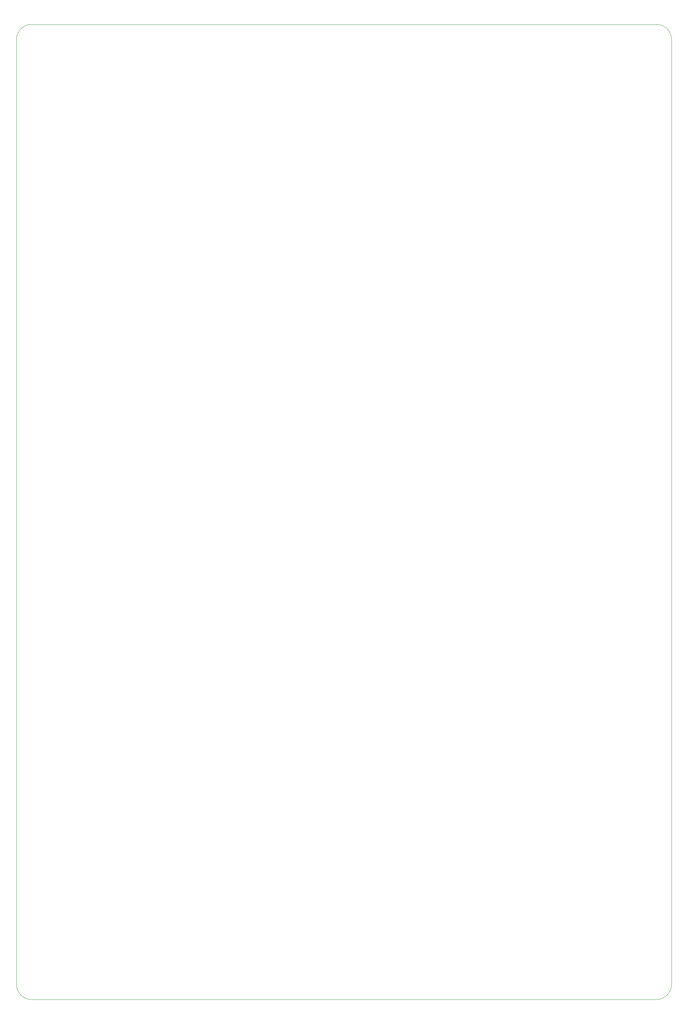
<source format=gbr>
%TF.GenerationSoftware,KiCad,Pcbnew,9.0.3*%
%TF.CreationDate,2025-09-16T12:32:26-04:00*%
%TF.ProjectId,CAEN_NEVIS_DAQ_PM5V,4341454e-5f4e-4455-9649-535f4441515f,rev?*%
%TF.SameCoordinates,Original*%
%TF.FileFunction,Profile,NP*%
%FSLAX46Y46*%
G04 Gerber Fmt 4.6, Leading zero omitted, Abs format (unit mm)*
G04 Created by KiCad (PCBNEW 9.0.3) date 2025-09-16 12:32:26*
%MOMM*%
%LPD*%
G01*
G04 APERTURE LIST*
%TA.AperFunction,Profile*%
%ADD10C,0.050000*%
%TD*%
G04 APERTURE END LIST*
D10*
X118765000Y-26175000D02*
G75*
G02*
X122575000Y-22365000I3810000J0D01*
G01*
X118765000Y-264300000D02*
X118765000Y-26175000D01*
X122575000Y-22365000D02*
X280055000Y-22365000D01*
X283865000Y-26175000D02*
X283865000Y-243345000D01*
X283865000Y-250965000D02*
X283865000Y-264300000D01*
X280055000Y-22365000D02*
G75*
G02*
X283865000Y-26175000I0J-3810000D01*
G01*
X283865000Y-243345000D02*
X283865000Y-250965000D01*
X283865000Y-264300000D02*
G75*
G02*
X280055000Y-268110000I-3810000J0D01*
G01*
X122575000Y-268110000D02*
G75*
G02*
X118765000Y-264300000I0J3810000D01*
G01*
X280055000Y-268110000D02*
X122575000Y-268110000D01*
M02*

</source>
